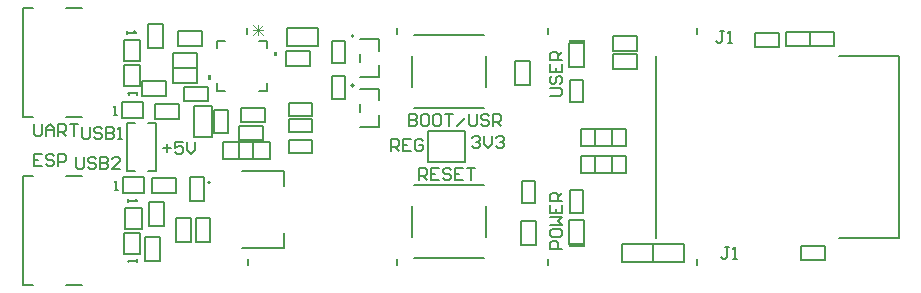
<source format=gto>
G04*
G04 #@! TF.GenerationSoftware,Altium Limited,Altium Designer,24.5.2 (23)*
G04*
G04 Layer_Color=65535*
%FSLAX25Y25*%
%MOIN*%
G70*
G04*
G04 #@! TF.SameCoordinates,691D43E0-75DC-4999-8F72-E41A8CCF96D7*
G04*
G04*
G04 #@! TF.FilePolarity,Positive*
G04*
G01*
G75*
%ADD10C,0.00787*%
%ADD11C,0.00600*%
%ADD12C,0.00500*%
%ADD13C,0.00300*%
%ADD14R,0.05600X0.01500*%
G36*
X60550Y72313D02*
Y73813D01*
X59550D01*
Y72313D01*
X60550D01*
D02*
G37*
G36*
X81450Y80187D02*
Y81687D01*
X82450D01*
Y80187D01*
X81450D01*
D02*
G37*
D10*
X60283Y38055D02*
G03*
X60283Y38055I-394J0D01*
G01*
X108194Y70350D02*
G03*
X108194Y70350I-394J0D01*
G01*
Y86850D02*
G03*
X108194Y86850I-394J0D01*
G01*
D11*
X185000Y76634D02*
Y84634D01*
X180000Y76634D02*
X185000D01*
X180000D02*
Y84634D01*
X185000D01*
X84890Y36913D02*
Y41795D01*
X71110D02*
X84890D01*
Y16205D02*
Y21087D01*
X71110Y16205D02*
X84890D01*
X76747Y68650D02*
X79350D01*
X62650D02*
Y71253D01*
Y85350D02*
X65253D01*
X76747D02*
X79350D01*
Y68650D02*
Y71253D01*
X62650Y68650D02*
X65253D01*
X62650Y82747D02*
Y85350D01*
X79350Y82747D02*
Y85350D01*
X152300Y69967D02*
Y80033D01*
X128360Y62700D02*
X151640D01*
X127700Y69967D02*
Y80033D01*
X128360Y87300D02*
X151640D01*
X152300Y19967D02*
Y30033D01*
X128360Y12700D02*
X151640D01*
X127700Y19967D02*
Y30033D01*
X128360Y37300D02*
X151640D01*
X188759Y47000D02*
X199059D01*
Y41200D02*
Y47000D01*
X188759Y41200D02*
X199059D01*
X188759D02*
Y47000D01*
X188741Y55900D02*
X199041D01*
Y50100D02*
Y55900D01*
X188741Y50100D02*
X199041D01*
X188741D02*
Y55900D01*
X183941Y41200D02*
X194241D01*
X183941D02*
Y47000D01*
X194241D01*
Y41200D02*
Y47000D01*
X183923Y50100D02*
X194223D01*
X183923D02*
Y55900D01*
X194223D01*
Y50100D02*
Y55900D01*
X164335Y31060D02*
Y38540D01*
X168665D01*
Y31060D02*
Y38540D01*
X164335Y31060D02*
X168665D01*
X194750Y81000D02*
X202750D01*
Y76000D02*
Y81000D01*
X194750Y76000D02*
X202750D01*
X194750D02*
Y81000D01*
Y87000D02*
X202750D01*
Y82000D02*
Y87000D01*
X194750Y82000D02*
X202750D01*
X194750D02*
Y87000D01*
X208100Y17400D02*
X218400D01*
Y11600D02*
Y17400D01*
X208100Y11600D02*
X218400D01*
X208100D02*
Y17400D01*
X100835Y66010D02*
Y73490D01*
X105165D01*
Y66010D02*
Y73490D01*
X100835Y66010D02*
X105165D01*
X197700Y17400D02*
X208000D01*
Y11600D02*
Y17400D01*
X197700Y11600D02*
X208000D01*
X197700D02*
Y17400D01*
X105165Y77760D02*
Y85240D01*
X100835Y77760D02*
X105165D01*
X100835D02*
Y85240D01*
X105165D01*
X40000Y23500D02*
Y31500D01*
X45000D01*
Y23500D02*
Y31500D01*
X40000Y23500D02*
X45000D01*
X43500Y12000D02*
Y20000D01*
X38500Y12000D02*
X43500D01*
X38500D02*
Y20000D01*
X43500D01*
X39500Y82799D02*
Y90799D01*
X44500D01*
Y82799D02*
Y90799D01*
X39500Y82799D02*
X44500D01*
X37500Y66800D02*
X45500D01*
X37500D02*
Y71800D01*
X45500D01*
Y66800D02*
Y71800D01*
X60900Y53250D02*
Y63550D01*
X55100Y53250D02*
X60900D01*
X55100D02*
Y63550D01*
X60900D01*
X48000Y76300D02*
X56000D01*
Y71300D02*
Y76300D01*
X48000Y71300D02*
X56000D01*
X48000D02*
Y76300D01*
X69877Y45700D02*
X80177D01*
X69877D02*
Y51500D01*
X80177D01*
Y45700D02*
Y51500D01*
X48000Y81300D02*
X56000D01*
Y76300D02*
Y81300D01*
X48000Y76300D02*
X56000D01*
X48000D02*
Y81300D01*
X86760Y52165D02*
X94240D01*
Y47835D02*
Y52165D01*
X86760Y47835D02*
X94240D01*
X86760D02*
Y52165D01*
X64459Y51500D02*
X74759D01*
Y45700D02*
Y51500D01*
X64459Y45700D02*
X74759D01*
X64459D02*
Y51500D01*
X180335Y72240D02*
X184665D01*
X180335Y64760D02*
Y72240D01*
Y64760D02*
X184665D01*
Y72240D01*
X180335Y28010D02*
X184665D01*
Y35490D01*
X180335D02*
X184665D01*
X180335Y28010D02*
Y35490D01*
X86000Y83600D02*
X96300D01*
X86000D02*
Y89400D01*
X96300D01*
Y83600D02*
Y89400D01*
X86760Y54835D02*
X94240D01*
X86760D02*
Y59165D01*
X94240D01*
Y54835D02*
Y59165D01*
X86760Y64665D02*
X94240D01*
Y60335D02*
Y64665D01*
X86760Y60335D02*
X94240D01*
X86760D02*
Y64665D01*
X116750Y65360D02*
Y69350D01*
X110250Y61620D02*
Y64280D01*
Y56550D02*
X116750D01*
Y60540D01*
X110250Y69350D02*
X116750D01*
Y81860D02*
Y85850D01*
X110250Y78120D02*
Y80780D01*
Y73050D02*
X116750D01*
Y77040D01*
X110250Y85850D02*
X116750D01*
X133000Y44750D02*
X145400D01*
X133000D02*
Y55250D01*
X145400D01*
Y44750D02*
Y55250D01*
X39608Y42000D02*
X42250D01*
Y58000D01*
X39608D02*
X42250D01*
X32750Y42000D02*
Y58000D01*
Y42000D02*
X35392D01*
X32750Y58000D02*
X35392D01*
X12342Y40197D02*
X17697D01*
X12342Y3819D02*
X17697D01*
X-2106D02*
X1161D01*
X-2106D02*
Y40197D01*
X1161D01*
X12342Y96181D02*
X17697D01*
X12342Y59803D02*
X17697D01*
X-2106D02*
X1161D01*
X-2106D02*
Y96181D01*
X1161D01*
X31500Y14350D02*
X37000D01*
Y21350D01*
X31500D02*
X37000D01*
X31500Y14350D02*
Y21350D01*
X32000Y29500D02*
X37500D01*
X32000Y22500D02*
Y29500D01*
Y22500D02*
X37500D01*
Y29500D01*
X31400Y34500D02*
Y40000D01*
Y34500D02*
X38400D01*
Y40000D01*
X31400D02*
X38400D01*
X31500Y70250D02*
X37000D01*
Y77250D01*
X31500D02*
X37000D01*
X31500Y70250D02*
Y77250D01*
Y85500D02*
X37000D01*
X31500Y78500D02*
Y85500D01*
Y78500D02*
X37000D01*
Y85500D01*
X31100Y59500D02*
Y65000D01*
Y59500D02*
X38100D01*
Y65000D01*
X31100D02*
X38100D01*
X180000Y17500D02*
Y25500D01*
X185000D01*
Y17500D02*
Y25500D01*
X180000Y17500D02*
X185000D01*
X162098Y78626D02*
X166902D01*
X162098Y70674D02*
Y78626D01*
Y70674D02*
X166902D01*
Y78626D01*
X164098Y17174D02*
X168902D01*
Y25126D01*
X164098D02*
X168902D01*
X164098Y17174D02*
Y25126D01*
X260176Y83398D02*
Y88202D01*
X252224D02*
X260176D01*
X252224Y83398D02*
Y88202D01*
Y83398D02*
X260176D01*
X268176D02*
Y88202D01*
X260224D02*
X268176D01*
X260224Y83398D02*
Y88202D01*
Y83398D02*
X268176D01*
X53598Y32024D02*
X58402D01*
Y39976D01*
X53598D02*
X58402D01*
X53598Y32024D02*
Y39976D01*
X49098Y26126D02*
X53902D01*
X49098Y18174D02*
Y26126D01*
Y18174D02*
X53902D01*
Y26126D01*
X55598D02*
X60402D01*
X55598Y18174D02*
Y26126D01*
Y18174D02*
X60402D01*
Y26126D01*
X48976Y34598D02*
Y39402D01*
X41024D02*
X48976D01*
X41024Y34598D02*
Y39402D01*
Y34598D02*
X48976D01*
X49674Y83598D02*
Y88402D01*
Y83598D02*
X57626D01*
Y88402D01*
X49674D02*
X57626D01*
X93576Y76998D02*
Y81802D01*
X85624D02*
X93576D01*
X85624Y76998D02*
Y81802D01*
Y76998D02*
X93576D01*
X59476Y65098D02*
Y69902D01*
X51524D02*
X59476D01*
X51524Y65098D02*
Y69902D01*
Y65098D02*
X59476D01*
X61598Y54374D02*
X66402D01*
Y62326D01*
X61598D02*
X66402D01*
X61598Y54374D02*
Y62326D01*
X77976Y52098D02*
Y56902D01*
X70024D02*
X77976D01*
X70024Y52098D02*
Y56902D01*
Y52098D02*
X77976D01*
X78476Y58098D02*
Y62902D01*
X70524D02*
X78476D01*
X70524Y58098D02*
Y62902D01*
Y58098D02*
X78476D01*
X257291Y12098D02*
Y16902D01*
Y12098D02*
X265244D01*
Y16902D01*
X257291D02*
X265244D01*
X242024Y83098D02*
Y87902D01*
Y83098D02*
X249976D01*
Y87902D01*
X242024D02*
X249976D01*
X49876Y59298D02*
Y64102D01*
X41924D02*
X49876D01*
X41924Y59298D02*
Y64102D01*
Y59298D02*
X49876D01*
X73000Y10500D02*
Y12500D01*
X122500Y10500D02*
Y12500D01*
X173000Y10500D02*
Y12500D01*
X222500Y10500D02*
Y12500D01*
X72500Y87500D02*
Y89500D01*
X173000Y87500D02*
Y89500D01*
X122500Y87500D02*
Y89500D01*
X222500Y87500D02*
Y89500D01*
X35900Y11450D02*
Y12434D01*
Y11942D01*
X32948D01*
X33440Y11450D01*
X33100Y32400D02*
Y31416D01*
Y31908D01*
X36052D01*
X35560Y32400D01*
X28500Y35600D02*
X29484D01*
X28992D01*
Y38552D01*
X28500Y38060D01*
X35900Y67350D02*
Y68334D01*
Y67842D01*
X32948D01*
X33440Y67350D01*
X32600Y88400D02*
Y87416D01*
Y87908D01*
X35552D01*
X35060Y88400D01*
X28200Y60600D02*
X29184D01*
X28692D01*
Y63552D01*
X28200Y63060D01*
X177700Y16000D02*
X173701D01*
Y17999D01*
X174368Y18666D01*
X175701D01*
X176367Y17999D01*
Y16000D01*
X173701Y21998D02*
Y20665D01*
X174368Y19999D01*
X177033D01*
X177700Y20665D01*
Y21998D01*
X177033Y22664D01*
X174368D01*
X173701Y21998D01*
Y23997D02*
X177700D01*
X176367Y25330D01*
X177700Y26663D01*
X173701D01*
Y30662D02*
Y27996D01*
X177700D01*
Y30662D01*
X175701Y27996D02*
Y29329D01*
X177700Y31995D02*
X173701D01*
Y33994D01*
X174368Y34661D01*
X175701D01*
X176367Y33994D01*
Y31995D01*
Y33328D02*
X177700Y34661D01*
X173701Y66700D02*
X177033D01*
X177700Y67366D01*
Y68699D01*
X177033Y69366D01*
X173701D01*
X174368Y73365D02*
X173701Y72698D01*
Y71365D01*
X174368Y70699D01*
X175034D01*
X175701Y71365D01*
Y72698D01*
X176367Y73365D01*
X177033D01*
X177700Y72698D01*
Y71365D01*
X177033Y70699D01*
X173701Y77363D02*
Y74697D01*
X177700D01*
Y77363D01*
X175701Y74697D02*
Y76030D01*
X177700Y78696D02*
X173701D01*
Y80695D01*
X174368Y81362D01*
X175701D01*
X176367Y80695D01*
Y78696D01*
Y80029D02*
X177700Y81362D01*
X130100Y39000D02*
Y42999D01*
X132099D01*
X132766Y42332D01*
Y40999D01*
X132099Y40333D01*
X130100D01*
X131433D02*
X132766Y39000D01*
X136765Y42999D02*
X134099D01*
Y39000D01*
X136765D01*
X134099Y40999D02*
X135432D01*
X140763Y42332D02*
X140097Y42999D01*
X138764D01*
X138097Y42332D01*
Y41666D01*
X138764Y40999D01*
X140097D01*
X140763Y40333D01*
Y39666D01*
X140097Y39000D01*
X138764D01*
X138097Y39666D01*
X144762Y42999D02*
X142096D01*
Y39000D01*
X144762D01*
X142096Y40999D02*
X143429D01*
X146095Y42999D02*
X148761D01*
X147428D01*
Y39000D01*
X126700Y60899D02*
Y56900D01*
X128699D01*
X129366Y57566D01*
Y58233D01*
X128699Y58899D01*
X126700D01*
X128699D01*
X129366Y59566D01*
Y60232D01*
X128699Y60899D01*
X126700D01*
X132698D02*
X131365D01*
X130699Y60232D01*
Y57566D01*
X131365Y56900D01*
X132698D01*
X133364Y57566D01*
Y60232D01*
X132698Y60899D01*
X136697D02*
X135364D01*
X134697Y60232D01*
Y57566D01*
X135364Y56900D01*
X136697D01*
X137363Y57566D01*
Y60232D01*
X136697Y60899D01*
X138696D02*
X141362D01*
X140029D01*
Y56900D01*
X142695D02*
X145361Y59566D01*
X146694Y60899D02*
Y57566D01*
X147360Y56900D01*
X148693D01*
X149359Y57566D01*
Y60899D01*
X153358Y60232D02*
X152692Y60899D01*
X151359D01*
X150692Y60232D01*
Y59566D01*
X151359Y58899D01*
X152692D01*
X153358Y58233D01*
Y57566D01*
X152692Y56900D01*
X151359D01*
X150692Y57566D01*
X154691Y56900D02*
Y60899D01*
X156690D01*
X157357Y60232D01*
Y58899D01*
X156690Y58233D01*
X154691D01*
X156024D02*
X157357Y56900D01*
X147600Y52932D02*
X148266Y53599D01*
X149599D01*
X150266Y52932D01*
Y52266D01*
X149599Y51599D01*
X148933D01*
X149599D01*
X150266Y50933D01*
Y50266D01*
X149599Y49600D01*
X148266D01*
X147600Y50266D01*
X151599Y53599D02*
Y50933D01*
X152932Y49600D01*
X154264Y50933D01*
Y53599D01*
X155597Y52932D02*
X156264Y53599D01*
X157597D01*
X158263Y52932D01*
Y52266D01*
X157597Y51599D01*
X156930D01*
X157597D01*
X158263Y50933D01*
Y50266D01*
X157597Y49600D01*
X156264D01*
X155597Y50266D01*
X120700Y48400D02*
Y52399D01*
X122699D01*
X123366Y51732D01*
Y50399D01*
X122699Y49733D01*
X120700D01*
X122033D02*
X123366Y48400D01*
X127365Y52399D02*
X124699D01*
Y48400D01*
X127365D01*
X124699Y50399D02*
X126032D01*
X131363Y51732D02*
X130697Y52399D01*
X129364D01*
X128697Y51732D01*
Y49066D01*
X129364Y48400D01*
X130697D01*
X131363Y49066D01*
Y50399D01*
X130030D01*
X44600Y49599D02*
X47266D01*
X45933Y50932D02*
Y48266D01*
X51265Y51599D02*
X48599D01*
Y49599D01*
X49932Y50266D01*
X50598D01*
X51265Y49599D01*
Y48266D01*
X50598Y47600D01*
X49265D01*
X48599Y48266D01*
X52597Y51599D02*
Y48933D01*
X53930Y47600D01*
X55263Y48933D01*
Y51599D01*
X15600Y46599D02*
Y43266D01*
X16266Y42600D01*
X17599D01*
X18266Y43266D01*
Y46599D01*
X22264Y45932D02*
X21598Y46599D01*
X20265D01*
X19599Y45932D01*
Y45266D01*
X20265Y44599D01*
X21598D01*
X22264Y43933D01*
Y43266D01*
X21598Y42600D01*
X20265D01*
X19599Y43266D01*
X23597Y46599D02*
Y42600D01*
X25597D01*
X26263Y43266D01*
Y43933D01*
X25597Y44599D01*
X23597D01*
X25597D01*
X26263Y45266D01*
Y45932D01*
X25597Y46599D01*
X23597D01*
X30262Y42600D02*
X27596D01*
X30262Y45266D01*
Y45932D01*
X29596Y46599D01*
X28263D01*
X27596Y45932D01*
X17600Y56599D02*
Y53266D01*
X18267Y52600D01*
X19599D01*
X20266Y53266D01*
Y56599D01*
X24264Y55932D02*
X23598Y56599D01*
X22265D01*
X21599Y55932D01*
Y55266D01*
X22265Y54599D01*
X23598D01*
X24264Y53933D01*
Y53266D01*
X23598Y52600D01*
X22265D01*
X21599Y53266D01*
X25597Y56599D02*
Y52600D01*
X27597D01*
X28263Y53266D01*
Y53933D01*
X27597Y54599D01*
X25597D01*
X27597D01*
X28263Y55266D01*
Y55932D01*
X27597Y56599D01*
X25597D01*
X29596Y52600D02*
X30929D01*
X30263D01*
Y56599D01*
X29596Y55932D01*
X1600Y57599D02*
Y54266D01*
X2266Y53600D01*
X3599D01*
X4266Y54266D01*
Y57599D01*
X5599Y53600D02*
Y56266D01*
X6932Y57599D01*
X8264Y56266D01*
Y53600D01*
Y55599D01*
X5599D01*
X9597Y53600D02*
Y57599D01*
X11597D01*
X12263Y56932D01*
Y55599D01*
X11597Y54933D01*
X9597D01*
X10930D02*
X12263Y53600D01*
X13596Y57599D02*
X16262D01*
X14929D01*
Y53600D01*
X4266Y47599D02*
X1600D01*
Y43600D01*
X4266D01*
X1600Y45599D02*
X2933D01*
X8264Y46932D02*
X7598Y47599D01*
X6265D01*
X5599Y46932D01*
Y46266D01*
X6265Y45599D01*
X7598D01*
X8264Y44933D01*
Y44266D01*
X7598Y43600D01*
X6265D01*
X5599Y44266D01*
X9597Y43600D02*
Y47599D01*
X11597D01*
X12263Y46932D01*
Y45599D01*
X11597Y44933D01*
X9597D01*
X233266Y16599D02*
X231933D01*
X232599D01*
Y13266D01*
X231933Y12600D01*
X231266D01*
X230600Y13266D01*
X234599Y12600D02*
X235932D01*
X235265D01*
Y16599D01*
X234599Y15932D01*
X231766Y88599D02*
X230433D01*
X231099D01*
Y85266D01*
X230433Y84600D01*
X229766D01*
X229100Y85266D01*
X233099Y84600D02*
X234432D01*
X233765D01*
Y88599D01*
X233099Y87932D01*
D12*
X269917Y80315D02*
X289799D01*
X209090Y19685D02*
Y80315D01*
X269917Y19685D02*
X289799D01*
Y80315D01*
D13*
X77865Y90600D02*
X74533Y87268D01*
Y90600D02*
X77865Y87268D01*
X76199Y90600D02*
Y87268D01*
X74533Y88934D02*
X77865D01*
D14*
X182500Y84984D02*
D03*
Y17150D02*
D03*
M02*

</source>
